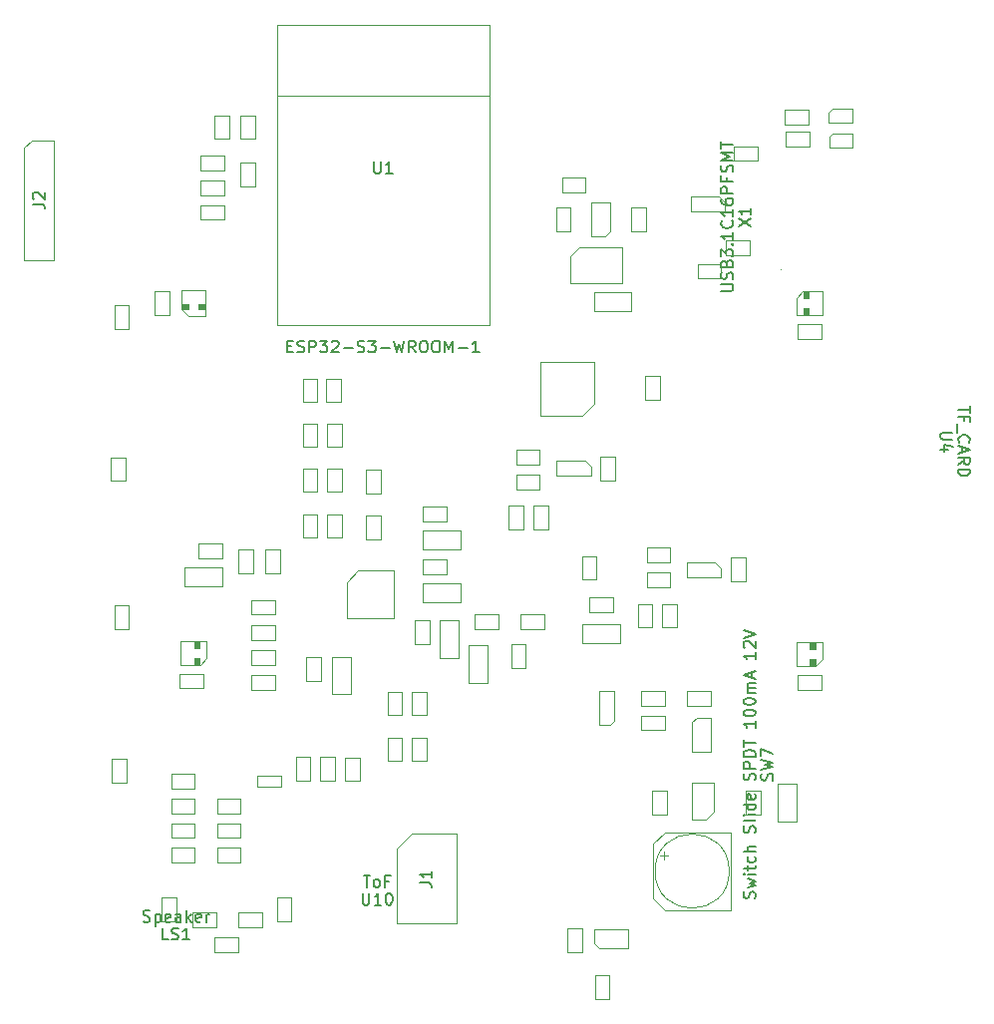
<source format=gbr>
G04 #@! TF.GenerationSoftware,KiCad,Pcbnew,8.0.4*
G04 #@! TF.CreationDate,2025-04-22T14:39:34+02:00*
G04 #@! TF.ProjectId,MarvinProjekt,4d617276-696e-4507-926f-6a656b742e6b,rev?*
G04 #@! TF.SameCoordinates,Original*
G04 #@! TF.FileFunction,AssemblyDrawing,Top*
%FSLAX46Y46*%
G04 Gerber Fmt 4.6, Leading zero omitted, Abs format (unit mm)*
G04 Created by KiCad (PCBNEW 8.0.4) date 2025-04-22 14:39:34*
%MOMM*%
%LPD*%
G01*
G04 APERTURE LIST*
%ADD10C,0.150000*%
%ADD11C,0.100000*%
%ADD12C,0.060000*%
G04 APERTURE END LIST*
D10*
X147304819Y-105761904D02*
X148114342Y-105761904D01*
X148114342Y-105761904D02*
X148209580Y-105714285D01*
X148209580Y-105714285D02*
X148257200Y-105666666D01*
X148257200Y-105666666D02*
X148304819Y-105571428D01*
X148304819Y-105571428D02*
X148304819Y-105380952D01*
X148304819Y-105380952D02*
X148257200Y-105285714D01*
X148257200Y-105285714D02*
X148209580Y-105238095D01*
X148209580Y-105238095D02*
X148114342Y-105190476D01*
X148114342Y-105190476D02*
X147304819Y-105190476D01*
X148257200Y-104761904D02*
X148304819Y-104619047D01*
X148304819Y-104619047D02*
X148304819Y-104380952D01*
X148304819Y-104380952D02*
X148257200Y-104285714D01*
X148257200Y-104285714D02*
X148209580Y-104238095D01*
X148209580Y-104238095D02*
X148114342Y-104190476D01*
X148114342Y-104190476D02*
X148019104Y-104190476D01*
X148019104Y-104190476D02*
X147923866Y-104238095D01*
X147923866Y-104238095D02*
X147876247Y-104285714D01*
X147876247Y-104285714D02*
X147828628Y-104380952D01*
X147828628Y-104380952D02*
X147781009Y-104571428D01*
X147781009Y-104571428D02*
X147733390Y-104666666D01*
X147733390Y-104666666D02*
X147685771Y-104714285D01*
X147685771Y-104714285D02*
X147590533Y-104761904D01*
X147590533Y-104761904D02*
X147495295Y-104761904D01*
X147495295Y-104761904D02*
X147400057Y-104714285D01*
X147400057Y-104714285D02*
X147352438Y-104666666D01*
X147352438Y-104666666D02*
X147304819Y-104571428D01*
X147304819Y-104571428D02*
X147304819Y-104333333D01*
X147304819Y-104333333D02*
X147352438Y-104190476D01*
X147781009Y-103428571D02*
X147828628Y-103285714D01*
X147828628Y-103285714D02*
X147876247Y-103238095D01*
X147876247Y-103238095D02*
X147971485Y-103190476D01*
X147971485Y-103190476D02*
X148114342Y-103190476D01*
X148114342Y-103190476D02*
X148209580Y-103238095D01*
X148209580Y-103238095D02*
X148257200Y-103285714D01*
X148257200Y-103285714D02*
X148304819Y-103380952D01*
X148304819Y-103380952D02*
X148304819Y-103761904D01*
X148304819Y-103761904D02*
X147304819Y-103761904D01*
X147304819Y-103761904D02*
X147304819Y-103428571D01*
X147304819Y-103428571D02*
X147352438Y-103333333D01*
X147352438Y-103333333D02*
X147400057Y-103285714D01*
X147400057Y-103285714D02*
X147495295Y-103238095D01*
X147495295Y-103238095D02*
X147590533Y-103238095D01*
X147590533Y-103238095D02*
X147685771Y-103285714D01*
X147685771Y-103285714D02*
X147733390Y-103333333D01*
X147733390Y-103333333D02*
X147781009Y-103428571D01*
X147781009Y-103428571D02*
X147781009Y-103761904D01*
X147304819Y-102857142D02*
X147304819Y-102238095D01*
X147304819Y-102238095D02*
X147685771Y-102571428D01*
X147685771Y-102571428D02*
X147685771Y-102428571D01*
X147685771Y-102428571D02*
X147733390Y-102333333D01*
X147733390Y-102333333D02*
X147781009Y-102285714D01*
X147781009Y-102285714D02*
X147876247Y-102238095D01*
X147876247Y-102238095D02*
X148114342Y-102238095D01*
X148114342Y-102238095D02*
X148209580Y-102285714D01*
X148209580Y-102285714D02*
X148257200Y-102333333D01*
X148257200Y-102333333D02*
X148304819Y-102428571D01*
X148304819Y-102428571D02*
X148304819Y-102714285D01*
X148304819Y-102714285D02*
X148257200Y-102809523D01*
X148257200Y-102809523D02*
X148209580Y-102857142D01*
X148209580Y-101809523D02*
X148257200Y-101761904D01*
X148257200Y-101761904D02*
X148304819Y-101809523D01*
X148304819Y-101809523D02*
X148257200Y-101857142D01*
X148257200Y-101857142D02*
X148209580Y-101809523D01*
X148209580Y-101809523D02*
X148304819Y-101809523D01*
X148304819Y-100809524D02*
X148304819Y-101380952D01*
X148304819Y-101095238D02*
X147304819Y-101095238D01*
X147304819Y-101095238D02*
X147447676Y-101190476D01*
X147447676Y-101190476D02*
X147542914Y-101285714D01*
X147542914Y-101285714D02*
X147590533Y-101380952D01*
X148209580Y-99809524D02*
X148257200Y-99857143D01*
X148257200Y-99857143D02*
X148304819Y-100000000D01*
X148304819Y-100000000D02*
X148304819Y-100095238D01*
X148304819Y-100095238D02*
X148257200Y-100238095D01*
X148257200Y-100238095D02*
X148161961Y-100333333D01*
X148161961Y-100333333D02*
X148066723Y-100380952D01*
X148066723Y-100380952D02*
X147876247Y-100428571D01*
X147876247Y-100428571D02*
X147733390Y-100428571D01*
X147733390Y-100428571D02*
X147542914Y-100380952D01*
X147542914Y-100380952D02*
X147447676Y-100333333D01*
X147447676Y-100333333D02*
X147352438Y-100238095D01*
X147352438Y-100238095D02*
X147304819Y-100095238D01*
X147304819Y-100095238D02*
X147304819Y-100000000D01*
X147304819Y-100000000D02*
X147352438Y-99857143D01*
X147352438Y-99857143D02*
X147400057Y-99809524D01*
X148304819Y-98857143D02*
X148304819Y-99428571D01*
X148304819Y-99142857D02*
X147304819Y-99142857D01*
X147304819Y-99142857D02*
X147447676Y-99238095D01*
X147447676Y-99238095D02*
X147542914Y-99333333D01*
X147542914Y-99333333D02*
X147590533Y-99428571D01*
X147304819Y-98000000D02*
X147304819Y-98190476D01*
X147304819Y-98190476D02*
X147352438Y-98285714D01*
X147352438Y-98285714D02*
X147400057Y-98333333D01*
X147400057Y-98333333D02*
X147542914Y-98428571D01*
X147542914Y-98428571D02*
X147733390Y-98476190D01*
X147733390Y-98476190D02*
X148114342Y-98476190D01*
X148114342Y-98476190D02*
X148209580Y-98428571D01*
X148209580Y-98428571D02*
X148257200Y-98380952D01*
X148257200Y-98380952D02*
X148304819Y-98285714D01*
X148304819Y-98285714D02*
X148304819Y-98095238D01*
X148304819Y-98095238D02*
X148257200Y-98000000D01*
X148257200Y-98000000D02*
X148209580Y-97952381D01*
X148209580Y-97952381D02*
X148114342Y-97904762D01*
X148114342Y-97904762D02*
X147876247Y-97904762D01*
X147876247Y-97904762D02*
X147781009Y-97952381D01*
X147781009Y-97952381D02*
X147733390Y-98000000D01*
X147733390Y-98000000D02*
X147685771Y-98095238D01*
X147685771Y-98095238D02*
X147685771Y-98285714D01*
X147685771Y-98285714D02*
X147733390Y-98380952D01*
X147733390Y-98380952D02*
X147781009Y-98428571D01*
X147781009Y-98428571D02*
X147876247Y-98476190D01*
X148304819Y-97476190D02*
X147304819Y-97476190D01*
X147304819Y-97476190D02*
X147304819Y-97095238D01*
X147304819Y-97095238D02*
X147352438Y-97000000D01*
X147352438Y-97000000D02*
X147400057Y-96952381D01*
X147400057Y-96952381D02*
X147495295Y-96904762D01*
X147495295Y-96904762D02*
X147638152Y-96904762D01*
X147638152Y-96904762D02*
X147733390Y-96952381D01*
X147733390Y-96952381D02*
X147781009Y-97000000D01*
X147781009Y-97000000D02*
X147828628Y-97095238D01*
X147828628Y-97095238D02*
X147828628Y-97476190D01*
X147781009Y-96142857D02*
X147781009Y-96476190D01*
X148304819Y-96476190D02*
X147304819Y-96476190D01*
X147304819Y-96476190D02*
X147304819Y-96000000D01*
X148257200Y-95666666D02*
X148304819Y-95523809D01*
X148304819Y-95523809D02*
X148304819Y-95285714D01*
X148304819Y-95285714D02*
X148257200Y-95190476D01*
X148257200Y-95190476D02*
X148209580Y-95142857D01*
X148209580Y-95142857D02*
X148114342Y-95095238D01*
X148114342Y-95095238D02*
X148019104Y-95095238D01*
X148019104Y-95095238D02*
X147923866Y-95142857D01*
X147923866Y-95142857D02*
X147876247Y-95190476D01*
X147876247Y-95190476D02*
X147828628Y-95285714D01*
X147828628Y-95285714D02*
X147781009Y-95476190D01*
X147781009Y-95476190D02*
X147733390Y-95571428D01*
X147733390Y-95571428D02*
X147685771Y-95619047D01*
X147685771Y-95619047D02*
X147590533Y-95666666D01*
X147590533Y-95666666D02*
X147495295Y-95666666D01*
X147495295Y-95666666D02*
X147400057Y-95619047D01*
X147400057Y-95619047D02*
X147352438Y-95571428D01*
X147352438Y-95571428D02*
X147304819Y-95476190D01*
X147304819Y-95476190D02*
X147304819Y-95238095D01*
X147304819Y-95238095D02*
X147352438Y-95095238D01*
X148304819Y-94666666D02*
X147304819Y-94666666D01*
X147304819Y-94666666D02*
X148019104Y-94333333D01*
X148019104Y-94333333D02*
X147304819Y-94000000D01*
X147304819Y-94000000D02*
X148304819Y-94000000D01*
X147304819Y-93666666D02*
X147304819Y-93095238D01*
X148304819Y-93380952D02*
X147304819Y-93380952D01*
X148804819Y-100309523D02*
X149804819Y-99642857D01*
X148804819Y-99642857D02*
X149804819Y-100309523D01*
X149804819Y-98738095D02*
X149804819Y-99309523D01*
X149804819Y-99023809D02*
X148804819Y-99023809D01*
X148804819Y-99023809D02*
X148947676Y-99119047D01*
X148947676Y-99119047D02*
X149042914Y-99214285D01*
X149042914Y-99214285D02*
X149090533Y-99309523D01*
X168445180Y-115541190D02*
X168445180Y-116112618D01*
X167445180Y-115826904D02*
X168445180Y-115826904D01*
X167968990Y-116779285D02*
X167968990Y-116445952D01*
X167445180Y-116445952D02*
X168445180Y-116445952D01*
X168445180Y-116445952D02*
X168445180Y-116922142D01*
X167349942Y-117065000D02*
X167349942Y-117826904D01*
X167540419Y-118636428D02*
X167492800Y-118588809D01*
X167492800Y-118588809D02*
X167445180Y-118445952D01*
X167445180Y-118445952D02*
X167445180Y-118350714D01*
X167445180Y-118350714D02*
X167492800Y-118207857D01*
X167492800Y-118207857D02*
X167588038Y-118112619D01*
X167588038Y-118112619D02*
X167683276Y-118065000D01*
X167683276Y-118065000D02*
X167873752Y-118017381D01*
X167873752Y-118017381D02*
X168016609Y-118017381D01*
X168016609Y-118017381D02*
X168207085Y-118065000D01*
X168207085Y-118065000D02*
X168302323Y-118112619D01*
X168302323Y-118112619D02*
X168397561Y-118207857D01*
X168397561Y-118207857D02*
X168445180Y-118350714D01*
X168445180Y-118350714D02*
X168445180Y-118445952D01*
X168445180Y-118445952D02*
X168397561Y-118588809D01*
X168397561Y-118588809D02*
X168349942Y-118636428D01*
X167730895Y-119017381D02*
X167730895Y-119493571D01*
X167445180Y-118922143D02*
X168445180Y-119255476D01*
X168445180Y-119255476D02*
X167445180Y-119588809D01*
X167445180Y-120493571D02*
X167921371Y-120160238D01*
X167445180Y-119922143D02*
X168445180Y-119922143D01*
X168445180Y-119922143D02*
X168445180Y-120303095D01*
X168445180Y-120303095D02*
X168397561Y-120398333D01*
X168397561Y-120398333D02*
X168349942Y-120445952D01*
X168349942Y-120445952D02*
X168254704Y-120493571D01*
X168254704Y-120493571D02*
X168111847Y-120493571D01*
X168111847Y-120493571D02*
X168016609Y-120445952D01*
X168016609Y-120445952D02*
X167968990Y-120398333D01*
X167968990Y-120398333D02*
X167921371Y-120303095D01*
X167921371Y-120303095D02*
X167921371Y-119922143D01*
X167445180Y-120922143D02*
X168445180Y-120922143D01*
X168445180Y-120922143D02*
X168445180Y-121160238D01*
X168445180Y-121160238D02*
X168397561Y-121303095D01*
X168397561Y-121303095D02*
X168302323Y-121398333D01*
X168302323Y-121398333D02*
X168207085Y-121445952D01*
X168207085Y-121445952D02*
X168016609Y-121493571D01*
X168016609Y-121493571D02*
X167873752Y-121493571D01*
X167873752Y-121493571D02*
X167683276Y-121445952D01*
X167683276Y-121445952D02*
X167588038Y-121398333D01*
X167588038Y-121398333D02*
X167492800Y-121303095D01*
X167492800Y-121303095D02*
X167445180Y-121160238D01*
X167445180Y-121160238D02*
X167445180Y-120922143D01*
X166945180Y-117803095D02*
X166135657Y-117803095D01*
X166135657Y-117803095D02*
X166040419Y-117850714D01*
X166040419Y-117850714D02*
X165992800Y-117898333D01*
X165992800Y-117898333D02*
X165945180Y-117993571D01*
X165945180Y-117993571D02*
X165945180Y-118184047D01*
X165945180Y-118184047D02*
X165992800Y-118279285D01*
X165992800Y-118279285D02*
X166040419Y-118326904D01*
X166040419Y-118326904D02*
X166135657Y-118374523D01*
X166135657Y-118374523D02*
X166945180Y-118374523D01*
X166611847Y-119279285D02*
X165945180Y-119279285D01*
X166992800Y-119041190D02*
X166278514Y-118803095D01*
X166278514Y-118803095D02*
X166278514Y-119422142D01*
X88854819Y-98403333D02*
X89569104Y-98403333D01*
X89569104Y-98403333D02*
X89711961Y-98450952D01*
X89711961Y-98450952D02*
X89807200Y-98546190D01*
X89807200Y-98546190D02*
X89854819Y-98689047D01*
X89854819Y-98689047D02*
X89854819Y-98784285D01*
X88950057Y-97974761D02*
X88902438Y-97927142D01*
X88902438Y-97927142D02*
X88854819Y-97831904D01*
X88854819Y-97831904D02*
X88854819Y-97593809D01*
X88854819Y-97593809D02*
X88902438Y-97498571D01*
X88902438Y-97498571D02*
X88950057Y-97450952D01*
X88950057Y-97450952D02*
X89045295Y-97403333D01*
X89045295Y-97403333D02*
X89140533Y-97403333D01*
X89140533Y-97403333D02*
X89283390Y-97450952D01*
X89283390Y-97450952D02*
X89854819Y-98022380D01*
X89854819Y-98022380D02*
X89854819Y-97403333D01*
X98238095Y-159307200D02*
X98380952Y-159354819D01*
X98380952Y-159354819D02*
X98619047Y-159354819D01*
X98619047Y-159354819D02*
X98714285Y-159307200D01*
X98714285Y-159307200D02*
X98761904Y-159259580D01*
X98761904Y-159259580D02*
X98809523Y-159164342D01*
X98809523Y-159164342D02*
X98809523Y-159069104D01*
X98809523Y-159069104D02*
X98761904Y-158973866D01*
X98761904Y-158973866D02*
X98714285Y-158926247D01*
X98714285Y-158926247D02*
X98619047Y-158878628D01*
X98619047Y-158878628D02*
X98428571Y-158831009D01*
X98428571Y-158831009D02*
X98333333Y-158783390D01*
X98333333Y-158783390D02*
X98285714Y-158735771D01*
X98285714Y-158735771D02*
X98238095Y-158640533D01*
X98238095Y-158640533D02*
X98238095Y-158545295D01*
X98238095Y-158545295D02*
X98285714Y-158450057D01*
X98285714Y-158450057D02*
X98333333Y-158402438D01*
X98333333Y-158402438D02*
X98428571Y-158354819D01*
X98428571Y-158354819D02*
X98666666Y-158354819D01*
X98666666Y-158354819D02*
X98809523Y-158402438D01*
X99238095Y-158688152D02*
X99238095Y-159688152D01*
X99238095Y-158735771D02*
X99333333Y-158688152D01*
X99333333Y-158688152D02*
X99523809Y-158688152D01*
X99523809Y-158688152D02*
X99619047Y-158735771D01*
X99619047Y-158735771D02*
X99666666Y-158783390D01*
X99666666Y-158783390D02*
X99714285Y-158878628D01*
X99714285Y-158878628D02*
X99714285Y-159164342D01*
X99714285Y-159164342D02*
X99666666Y-159259580D01*
X99666666Y-159259580D02*
X99619047Y-159307200D01*
X99619047Y-159307200D02*
X99523809Y-159354819D01*
X99523809Y-159354819D02*
X99333333Y-159354819D01*
X99333333Y-159354819D02*
X99238095Y-159307200D01*
X100523809Y-159307200D02*
X100428571Y-159354819D01*
X100428571Y-159354819D02*
X100238095Y-159354819D01*
X100238095Y-159354819D02*
X100142857Y-159307200D01*
X100142857Y-159307200D02*
X100095238Y-159211961D01*
X100095238Y-159211961D02*
X100095238Y-158831009D01*
X100095238Y-158831009D02*
X100142857Y-158735771D01*
X100142857Y-158735771D02*
X100238095Y-158688152D01*
X100238095Y-158688152D02*
X100428571Y-158688152D01*
X100428571Y-158688152D02*
X100523809Y-158735771D01*
X100523809Y-158735771D02*
X100571428Y-158831009D01*
X100571428Y-158831009D02*
X100571428Y-158926247D01*
X100571428Y-158926247D02*
X100095238Y-159021485D01*
X101428571Y-159354819D02*
X101428571Y-158831009D01*
X101428571Y-158831009D02*
X101380952Y-158735771D01*
X101380952Y-158735771D02*
X101285714Y-158688152D01*
X101285714Y-158688152D02*
X101095238Y-158688152D01*
X101095238Y-158688152D02*
X101000000Y-158735771D01*
X101428571Y-159307200D02*
X101333333Y-159354819D01*
X101333333Y-159354819D02*
X101095238Y-159354819D01*
X101095238Y-159354819D02*
X101000000Y-159307200D01*
X101000000Y-159307200D02*
X100952381Y-159211961D01*
X100952381Y-159211961D02*
X100952381Y-159116723D01*
X100952381Y-159116723D02*
X101000000Y-159021485D01*
X101000000Y-159021485D02*
X101095238Y-158973866D01*
X101095238Y-158973866D02*
X101333333Y-158973866D01*
X101333333Y-158973866D02*
X101428571Y-158926247D01*
X101904762Y-159354819D02*
X101904762Y-158354819D01*
X102000000Y-158973866D02*
X102285714Y-159354819D01*
X102285714Y-158688152D02*
X101904762Y-159069104D01*
X103095238Y-159307200D02*
X103000000Y-159354819D01*
X103000000Y-159354819D02*
X102809524Y-159354819D01*
X102809524Y-159354819D02*
X102714286Y-159307200D01*
X102714286Y-159307200D02*
X102666667Y-159211961D01*
X102666667Y-159211961D02*
X102666667Y-158831009D01*
X102666667Y-158831009D02*
X102714286Y-158735771D01*
X102714286Y-158735771D02*
X102809524Y-158688152D01*
X102809524Y-158688152D02*
X103000000Y-158688152D01*
X103000000Y-158688152D02*
X103095238Y-158735771D01*
X103095238Y-158735771D02*
X103142857Y-158831009D01*
X103142857Y-158831009D02*
X103142857Y-158926247D01*
X103142857Y-158926247D02*
X102666667Y-159021485D01*
X103571429Y-159354819D02*
X103571429Y-158688152D01*
X103571429Y-158878628D02*
X103619048Y-158783390D01*
X103619048Y-158783390D02*
X103666667Y-158735771D01*
X103666667Y-158735771D02*
X103761905Y-158688152D01*
X103761905Y-158688152D02*
X103857143Y-158688152D01*
X100357142Y-160854819D02*
X99880952Y-160854819D01*
X99880952Y-160854819D02*
X99880952Y-159854819D01*
X100642857Y-160807200D02*
X100785714Y-160854819D01*
X100785714Y-160854819D02*
X101023809Y-160854819D01*
X101023809Y-160854819D02*
X101119047Y-160807200D01*
X101119047Y-160807200D02*
X101166666Y-160759580D01*
X101166666Y-160759580D02*
X101214285Y-160664342D01*
X101214285Y-160664342D02*
X101214285Y-160569104D01*
X101214285Y-160569104D02*
X101166666Y-160473866D01*
X101166666Y-160473866D02*
X101119047Y-160426247D01*
X101119047Y-160426247D02*
X101023809Y-160378628D01*
X101023809Y-160378628D02*
X100833333Y-160331009D01*
X100833333Y-160331009D02*
X100738095Y-160283390D01*
X100738095Y-160283390D02*
X100690476Y-160235771D01*
X100690476Y-160235771D02*
X100642857Y-160140533D01*
X100642857Y-160140533D02*
X100642857Y-160045295D01*
X100642857Y-160045295D02*
X100690476Y-159950057D01*
X100690476Y-159950057D02*
X100738095Y-159902438D01*
X100738095Y-159902438D02*
X100833333Y-159854819D01*
X100833333Y-159854819D02*
X101071428Y-159854819D01*
X101071428Y-159854819D02*
X101214285Y-159902438D01*
X102166666Y-160854819D02*
X101595238Y-160854819D01*
X101880952Y-160854819D02*
X101880952Y-159854819D01*
X101880952Y-159854819D02*
X101785714Y-159997676D01*
X101785714Y-159997676D02*
X101690476Y-160092914D01*
X101690476Y-160092914D02*
X101595238Y-160140533D01*
X110480953Y-110471009D02*
X110814286Y-110471009D01*
X110957143Y-110994819D02*
X110480953Y-110994819D01*
X110480953Y-110994819D02*
X110480953Y-109994819D01*
X110480953Y-109994819D02*
X110957143Y-109994819D01*
X111338096Y-110947200D02*
X111480953Y-110994819D01*
X111480953Y-110994819D02*
X111719048Y-110994819D01*
X111719048Y-110994819D02*
X111814286Y-110947200D01*
X111814286Y-110947200D02*
X111861905Y-110899580D01*
X111861905Y-110899580D02*
X111909524Y-110804342D01*
X111909524Y-110804342D02*
X111909524Y-110709104D01*
X111909524Y-110709104D02*
X111861905Y-110613866D01*
X111861905Y-110613866D02*
X111814286Y-110566247D01*
X111814286Y-110566247D02*
X111719048Y-110518628D01*
X111719048Y-110518628D02*
X111528572Y-110471009D01*
X111528572Y-110471009D02*
X111433334Y-110423390D01*
X111433334Y-110423390D02*
X111385715Y-110375771D01*
X111385715Y-110375771D02*
X111338096Y-110280533D01*
X111338096Y-110280533D02*
X111338096Y-110185295D01*
X111338096Y-110185295D02*
X111385715Y-110090057D01*
X111385715Y-110090057D02*
X111433334Y-110042438D01*
X111433334Y-110042438D02*
X111528572Y-109994819D01*
X111528572Y-109994819D02*
X111766667Y-109994819D01*
X111766667Y-109994819D02*
X111909524Y-110042438D01*
X112338096Y-110994819D02*
X112338096Y-109994819D01*
X112338096Y-109994819D02*
X112719048Y-109994819D01*
X112719048Y-109994819D02*
X112814286Y-110042438D01*
X112814286Y-110042438D02*
X112861905Y-110090057D01*
X112861905Y-110090057D02*
X112909524Y-110185295D01*
X112909524Y-110185295D02*
X112909524Y-110328152D01*
X112909524Y-110328152D02*
X112861905Y-110423390D01*
X112861905Y-110423390D02*
X112814286Y-110471009D01*
X112814286Y-110471009D02*
X112719048Y-110518628D01*
X112719048Y-110518628D02*
X112338096Y-110518628D01*
X113242858Y-109994819D02*
X113861905Y-109994819D01*
X113861905Y-109994819D02*
X113528572Y-110375771D01*
X113528572Y-110375771D02*
X113671429Y-110375771D01*
X113671429Y-110375771D02*
X113766667Y-110423390D01*
X113766667Y-110423390D02*
X113814286Y-110471009D01*
X113814286Y-110471009D02*
X113861905Y-110566247D01*
X113861905Y-110566247D02*
X113861905Y-110804342D01*
X113861905Y-110804342D02*
X113814286Y-110899580D01*
X113814286Y-110899580D02*
X113766667Y-110947200D01*
X113766667Y-110947200D02*
X113671429Y-110994819D01*
X113671429Y-110994819D02*
X113385715Y-110994819D01*
X113385715Y-110994819D02*
X113290477Y-110947200D01*
X113290477Y-110947200D02*
X113242858Y-110899580D01*
X114242858Y-110090057D02*
X114290477Y-110042438D01*
X114290477Y-110042438D02*
X114385715Y-109994819D01*
X114385715Y-109994819D02*
X114623810Y-109994819D01*
X114623810Y-109994819D02*
X114719048Y-110042438D01*
X114719048Y-110042438D02*
X114766667Y-110090057D01*
X114766667Y-110090057D02*
X114814286Y-110185295D01*
X114814286Y-110185295D02*
X114814286Y-110280533D01*
X114814286Y-110280533D02*
X114766667Y-110423390D01*
X114766667Y-110423390D02*
X114195239Y-110994819D01*
X114195239Y-110994819D02*
X114814286Y-110994819D01*
X115242858Y-110613866D02*
X116004763Y-110613866D01*
X116433334Y-110947200D02*
X116576191Y-110994819D01*
X116576191Y-110994819D02*
X116814286Y-110994819D01*
X116814286Y-110994819D02*
X116909524Y-110947200D01*
X116909524Y-110947200D02*
X116957143Y-110899580D01*
X116957143Y-110899580D02*
X117004762Y-110804342D01*
X117004762Y-110804342D02*
X117004762Y-110709104D01*
X117004762Y-110709104D02*
X116957143Y-110613866D01*
X116957143Y-110613866D02*
X116909524Y-110566247D01*
X116909524Y-110566247D02*
X116814286Y-110518628D01*
X116814286Y-110518628D02*
X116623810Y-110471009D01*
X116623810Y-110471009D02*
X116528572Y-110423390D01*
X116528572Y-110423390D02*
X116480953Y-110375771D01*
X116480953Y-110375771D02*
X116433334Y-110280533D01*
X116433334Y-110280533D02*
X116433334Y-110185295D01*
X116433334Y-110185295D02*
X116480953Y-110090057D01*
X116480953Y-110090057D02*
X116528572Y-110042438D01*
X116528572Y-110042438D02*
X116623810Y-109994819D01*
X116623810Y-109994819D02*
X116861905Y-109994819D01*
X116861905Y-109994819D02*
X117004762Y-110042438D01*
X117338096Y-109994819D02*
X117957143Y-109994819D01*
X117957143Y-109994819D02*
X117623810Y-110375771D01*
X117623810Y-110375771D02*
X117766667Y-110375771D01*
X117766667Y-110375771D02*
X117861905Y-110423390D01*
X117861905Y-110423390D02*
X117909524Y-110471009D01*
X117909524Y-110471009D02*
X117957143Y-110566247D01*
X117957143Y-110566247D02*
X117957143Y-110804342D01*
X117957143Y-110804342D02*
X117909524Y-110899580D01*
X117909524Y-110899580D02*
X117861905Y-110947200D01*
X117861905Y-110947200D02*
X117766667Y-110994819D01*
X117766667Y-110994819D02*
X117480953Y-110994819D01*
X117480953Y-110994819D02*
X117385715Y-110947200D01*
X117385715Y-110947200D02*
X117338096Y-110899580D01*
X118385715Y-110613866D02*
X119147620Y-110613866D01*
X119528572Y-109994819D02*
X119766667Y-110994819D01*
X119766667Y-110994819D02*
X119957143Y-110280533D01*
X119957143Y-110280533D02*
X120147619Y-110994819D01*
X120147619Y-110994819D02*
X120385715Y-109994819D01*
X121338095Y-110994819D02*
X121004762Y-110518628D01*
X120766667Y-110994819D02*
X120766667Y-109994819D01*
X120766667Y-109994819D02*
X121147619Y-109994819D01*
X121147619Y-109994819D02*
X121242857Y-110042438D01*
X121242857Y-110042438D02*
X121290476Y-110090057D01*
X121290476Y-110090057D02*
X121338095Y-110185295D01*
X121338095Y-110185295D02*
X121338095Y-110328152D01*
X121338095Y-110328152D02*
X121290476Y-110423390D01*
X121290476Y-110423390D02*
X121242857Y-110471009D01*
X121242857Y-110471009D02*
X121147619Y-110518628D01*
X121147619Y-110518628D02*
X120766667Y-110518628D01*
X121957143Y-109994819D02*
X122147619Y-109994819D01*
X122147619Y-109994819D02*
X122242857Y-110042438D01*
X122242857Y-110042438D02*
X122338095Y-110137676D01*
X122338095Y-110137676D02*
X122385714Y-110328152D01*
X122385714Y-110328152D02*
X122385714Y-110661485D01*
X122385714Y-110661485D02*
X122338095Y-110851961D01*
X122338095Y-110851961D02*
X122242857Y-110947200D01*
X122242857Y-110947200D02*
X122147619Y-110994819D01*
X122147619Y-110994819D02*
X121957143Y-110994819D01*
X121957143Y-110994819D02*
X121861905Y-110947200D01*
X121861905Y-110947200D02*
X121766667Y-110851961D01*
X121766667Y-110851961D02*
X121719048Y-110661485D01*
X121719048Y-110661485D02*
X121719048Y-110328152D01*
X121719048Y-110328152D02*
X121766667Y-110137676D01*
X121766667Y-110137676D02*
X121861905Y-110042438D01*
X121861905Y-110042438D02*
X121957143Y-109994819D01*
X123004762Y-109994819D02*
X123195238Y-109994819D01*
X123195238Y-109994819D02*
X123290476Y-110042438D01*
X123290476Y-110042438D02*
X123385714Y-110137676D01*
X123385714Y-110137676D02*
X123433333Y-110328152D01*
X123433333Y-110328152D02*
X123433333Y-110661485D01*
X123433333Y-110661485D02*
X123385714Y-110851961D01*
X123385714Y-110851961D02*
X123290476Y-110947200D01*
X123290476Y-110947200D02*
X123195238Y-110994819D01*
X123195238Y-110994819D02*
X123004762Y-110994819D01*
X123004762Y-110994819D02*
X122909524Y-110947200D01*
X122909524Y-110947200D02*
X122814286Y-110851961D01*
X122814286Y-110851961D02*
X122766667Y-110661485D01*
X122766667Y-110661485D02*
X122766667Y-110328152D01*
X122766667Y-110328152D02*
X122814286Y-110137676D01*
X122814286Y-110137676D02*
X122909524Y-110042438D01*
X122909524Y-110042438D02*
X123004762Y-109994819D01*
X123861905Y-110994819D02*
X123861905Y-109994819D01*
X123861905Y-109994819D02*
X124195238Y-110709104D01*
X124195238Y-110709104D02*
X124528571Y-109994819D01*
X124528571Y-109994819D02*
X124528571Y-110994819D01*
X125004762Y-110613866D02*
X125766667Y-110613866D01*
X126766666Y-110994819D02*
X126195238Y-110994819D01*
X126480952Y-110994819D02*
X126480952Y-109994819D01*
X126480952Y-109994819D02*
X126385714Y-110137676D01*
X126385714Y-110137676D02*
X126290476Y-110232914D01*
X126290476Y-110232914D02*
X126195238Y-110280533D01*
X117838095Y-94794819D02*
X117838095Y-95604342D01*
X117838095Y-95604342D02*
X117885714Y-95699580D01*
X117885714Y-95699580D02*
X117933333Y-95747200D01*
X117933333Y-95747200D02*
X118028571Y-95794819D01*
X118028571Y-95794819D02*
X118219047Y-95794819D01*
X118219047Y-95794819D02*
X118314285Y-95747200D01*
X118314285Y-95747200D02*
X118361904Y-95699580D01*
X118361904Y-95699580D02*
X118409523Y-95604342D01*
X118409523Y-95604342D02*
X118409523Y-94794819D01*
X119409523Y-95794819D02*
X118838095Y-95794819D01*
X119123809Y-95794819D02*
X119123809Y-94794819D01*
X119123809Y-94794819D02*
X119028571Y-94937676D01*
X119028571Y-94937676D02*
X118933333Y-95032914D01*
X118933333Y-95032914D02*
X118838095Y-95080533D01*
X116933333Y-155404819D02*
X117504761Y-155404819D01*
X117219047Y-156404819D02*
X117219047Y-155404819D01*
X117980952Y-156404819D02*
X117885714Y-156357200D01*
X117885714Y-156357200D02*
X117838095Y-156309580D01*
X117838095Y-156309580D02*
X117790476Y-156214342D01*
X117790476Y-156214342D02*
X117790476Y-155928628D01*
X117790476Y-155928628D02*
X117838095Y-155833390D01*
X117838095Y-155833390D02*
X117885714Y-155785771D01*
X117885714Y-155785771D02*
X117980952Y-155738152D01*
X117980952Y-155738152D02*
X118123809Y-155738152D01*
X118123809Y-155738152D02*
X118219047Y-155785771D01*
X118219047Y-155785771D02*
X118266666Y-155833390D01*
X118266666Y-155833390D02*
X118314285Y-155928628D01*
X118314285Y-155928628D02*
X118314285Y-156214342D01*
X118314285Y-156214342D02*
X118266666Y-156309580D01*
X118266666Y-156309580D02*
X118219047Y-156357200D01*
X118219047Y-156357200D02*
X118123809Y-156404819D01*
X118123809Y-156404819D02*
X117980952Y-156404819D01*
X119076190Y-155881009D02*
X118742857Y-155881009D01*
X118742857Y-156404819D02*
X118742857Y-155404819D01*
X118742857Y-155404819D02*
X119219047Y-155404819D01*
X116861905Y-156904819D02*
X116861905Y-157714342D01*
X116861905Y-157714342D02*
X116909524Y-157809580D01*
X116909524Y-157809580D02*
X116957143Y-157857200D01*
X116957143Y-157857200D02*
X117052381Y-157904819D01*
X117052381Y-157904819D02*
X117242857Y-157904819D01*
X117242857Y-157904819D02*
X117338095Y-157857200D01*
X117338095Y-157857200D02*
X117385714Y-157809580D01*
X117385714Y-157809580D02*
X117433333Y-157714342D01*
X117433333Y-157714342D02*
X117433333Y-156904819D01*
X118433333Y-157904819D02*
X117861905Y-157904819D01*
X118147619Y-157904819D02*
X118147619Y-156904819D01*
X118147619Y-156904819D02*
X118052381Y-157047676D01*
X118052381Y-157047676D02*
X117957143Y-157142914D01*
X117957143Y-157142914D02*
X117861905Y-157190533D01*
X119052381Y-156904819D02*
X119147619Y-156904819D01*
X119147619Y-156904819D02*
X119242857Y-156952438D01*
X119242857Y-156952438D02*
X119290476Y-157000057D01*
X119290476Y-157000057D02*
X119338095Y-157095295D01*
X119338095Y-157095295D02*
X119385714Y-157285771D01*
X119385714Y-157285771D02*
X119385714Y-157523866D01*
X119385714Y-157523866D02*
X119338095Y-157714342D01*
X119338095Y-157714342D02*
X119290476Y-157809580D01*
X119290476Y-157809580D02*
X119242857Y-157857200D01*
X119242857Y-157857200D02*
X119147619Y-157904819D01*
X119147619Y-157904819D02*
X119052381Y-157904819D01*
X119052381Y-157904819D02*
X118957143Y-157857200D01*
X118957143Y-157857200D02*
X118909524Y-157809580D01*
X118909524Y-157809580D02*
X118861905Y-157714342D01*
X118861905Y-157714342D02*
X118814286Y-157523866D01*
X118814286Y-157523866D02*
X118814286Y-157285771D01*
X118814286Y-157285771D02*
X118861905Y-157095295D01*
X118861905Y-157095295D02*
X118909524Y-157000057D01*
X118909524Y-157000057D02*
X118957143Y-156952438D01*
X118957143Y-156952438D02*
X119052381Y-156904819D01*
X121724819Y-156033333D02*
X122439104Y-156033333D01*
X122439104Y-156033333D02*
X122581961Y-156080952D01*
X122581961Y-156080952D02*
X122677200Y-156176190D01*
X122677200Y-156176190D02*
X122724819Y-156319047D01*
X122724819Y-156319047D02*
X122724819Y-156414285D01*
X122724819Y-155033333D02*
X122724819Y-155604761D01*
X122724819Y-155319047D02*
X121724819Y-155319047D01*
X121724819Y-155319047D02*
X121867676Y-155414285D01*
X121867676Y-155414285D02*
X121962914Y-155509523D01*
X121962914Y-155509523D02*
X122010533Y-155604761D01*
X150157200Y-157357143D02*
X150204819Y-157214286D01*
X150204819Y-157214286D02*
X150204819Y-156976191D01*
X150204819Y-156976191D02*
X150157200Y-156880953D01*
X150157200Y-156880953D02*
X150109580Y-156833334D01*
X150109580Y-156833334D02*
X150014342Y-156785715D01*
X150014342Y-156785715D02*
X149919104Y-156785715D01*
X149919104Y-156785715D02*
X149823866Y-156833334D01*
X149823866Y-156833334D02*
X149776247Y-156880953D01*
X149776247Y-156880953D02*
X149728628Y-156976191D01*
X149728628Y-156976191D02*
X149681009Y-157166667D01*
X149681009Y-157166667D02*
X149633390Y-157261905D01*
X149633390Y-157261905D02*
X149585771Y-157309524D01*
X149585771Y-157309524D02*
X149490533Y-157357143D01*
X149490533Y-157357143D02*
X149395295Y-157357143D01*
X149395295Y-157357143D02*
X149300057Y-157309524D01*
X149300057Y-157309524D02*
X149252438Y-157261905D01*
X149252438Y-157261905D02*
X149204819Y-157166667D01*
X149204819Y-157166667D02*
X149204819Y-156928572D01*
X149204819Y-156928572D02*
X149252438Y-156785715D01*
X149538152Y-156452381D02*
X150204819Y-156261905D01*
X150204819Y-156261905D02*
X149728628Y-156071429D01*
X149728628Y-156071429D02*
X150204819Y-155880953D01*
X150204819Y-155880953D02*
X149538152Y-155690477D01*
X150204819Y-155309524D02*
X149538152Y-155309524D01*
X149204819Y-155309524D02*
X149252438Y-155357143D01*
X149252438Y-155357143D02*
X149300057Y-155309524D01*
X149300057Y-155309524D02*
X149252438Y-155261905D01*
X149252438Y-155261905D02*
X149204819Y-155309524D01*
X149204819Y-155309524D02*
X149300057Y-155309524D01*
X149538152Y-154976191D02*
X149538152Y-154595239D01*
X149204819Y-154833334D02*
X150061961Y-154833334D01*
X150061961Y-154833334D02*
X150157200Y-154785715D01*
X150157200Y-154785715D02*
X150204819Y-154690477D01*
X150204819Y-154690477D02*
X150204819Y-154595239D01*
X150157200Y-153833334D02*
X150204819Y-153928572D01*
X150204819Y-153928572D02*
X150204819Y-154119048D01*
X150204819Y-154119048D02*
X150157200Y-154214286D01*
X150157200Y-154214286D02*
X150109580Y-154261905D01*
X150109580Y-154261905D02*
X150014342Y-154309524D01*
X150014342Y-154309524D02*
X149728628Y-154309524D01*
X149728628Y-154309524D02*
X149633390Y-154261905D01*
X149633390Y-154261905D02*
X149585771Y-154214286D01*
X149585771Y-154214286D02*
X149538152Y-154119048D01*
X149538152Y-154119048D02*
X149538152Y-153928572D01*
X149538152Y-153928572D02*
X149585771Y-153833334D01*
X150204819Y-153404762D02*
X149204819Y-153404762D01*
X150204819Y-152976191D02*
X149681009Y-152976191D01*
X149681009Y-152976191D02*
X149585771Y-153023810D01*
X149585771Y-153023810D02*
X149538152Y-153119048D01*
X149538152Y-153119048D02*
X149538152Y-153261905D01*
X149538152Y-153261905D02*
X149585771Y-153357143D01*
X149585771Y-153357143D02*
X149633390Y-153404762D01*
X150157200Y-151785714D02*
X150204819Y-151642857D01*
X150204819Y-151642857D02*
X150204819Y-151404762D01*
X150204819Y-151404762D02*
X150157200Y-151309524D01*
X150157200Y-151309524D02*
X150109580Y-151261905D01*
X150109580Y-151261905D02*
X150014342Y-151214286D01*
X150014342Y-151214286D02*
X149919104Y-151214286D01*
X149919104Y-151214286D02*
X149823866Y-151261905D01*
X149823866Y-151261905D02*
X149776247Y-151309524D01*
X149776247Y-151309524D02*
X149728628Y-151404762D01*
X149728628Y-151404762D02*
X149681009Y-151595238D01*
X149681009Y-151595238D02*
X149633390Y-151690476D01*
X149633390Y-151690476D02*
X149585771Y-151738095D01*
X149585771Y-151738095D02*
X149490533Y-151785714D01*
X149490533Y-151785714D02*
X149395295Y-151785714D01*
X149395295Y-151785714D02*
X149300057Y-151738095D01*
X149300057Y-151738095D02*
X149252438Y-151690476D01*
X149252438Y-151690476D02*
X149204819Y-151595238D01*
X149204819Y-151595238D02*
X149204819Y-151357143D01*
X149204819Y-151357143D02*
X149252438Y-151214286D01*
X150204819Y-150642857D02*
X150157200Y-150738095D01*
X150157200Y-150738095D02*
X150061961Y-150785714D01*
X150061961Y-150785714D02*
X149204819Y-150785714D01*
X150204819Y-150261904D02*
X149538152Y-150261904D01*
X149204819Y-150261904D02*
X149252438Y-150309523D01*
X149252438Y-150309523D02*
X149300057Y-150261904D01*
X149300057Y-150261904D02*
X149252438Y-150214285D01*
X149252438Y-150214285D02*
X149204819Y-150261904D01*
X149204819Y-150261904D02*
X149300057Y-150261904D01*
X150204819Y-149357143D02*
X149204819Y-149357143D01*
X150157200Y-149357143D02*
X150204819Y-149452381D01*
X150204819Y-149452381D02*
X150204819Y-149642857D01*
X150204819Y-149642857D02*
X150157200Y-149738095D01*
X150157200Y-149738095D02*
X150109580Y-149785714D01*
X150109580Y-149785714D02*
X150014342Y-149833333D01*
X150014342Y-149833333D02*
X149728628Y-149833333D01*
X149728628Y-149833333D02*
X149633390Y-149785714D01*
X149633390Y-149785714D02*
X149585771Y-149738095D01*
X149585771Y-149738095D02*
X149538152Y-149642857D01*
X149538152Y-149642857D02*
X149538152Y-149452381D01*
X149538152Y-149452381D02*
X149585771Y-149357143D01*
X150157200Y-148500000D02*
X150204819Y-148595238D01*
X150204819Y-148595238D02*
X150204819Y-148785714D01*
X150204819Y-148785714D02*
X150157200Y-148880952D01*
X150157200Y-148880952D02*
X150061961Y-148928571D01*
X150061961Y-148928571D02*
X149681009Y-148928571D01*
X149681009Y-148928571D02*
X149585771Y-148880952D01*
X149585771Y-148880952D02*
X149538152Y-148785714D01*
X149538152Y-148785714D02*
X149538152Y-148595238D01*
X149538152Y-148595238D02*
X149585771Y-148500000D01*
X149585771Y-148500000D02*
X149681009Y-148452381D01*
X149681009Y-148452381D02*
X149776247Y-148452381D01*
X149776247Y-148452381D02*
X149871485Y-148928571D01*
X150157200Y-147309523D02*
X150204819Y-147166666D01*
X150204819Y-147166666D02*
X150204819Y-146928571D01*
X150204819Y-146928571D02*
X150157200Y-146833333D01*
X150157200Y-146833333D02*
X150109580Y-146785714D01*
X150109580Y-146785714D02*
X150014342Y-146738095D01*
X150014342Y-146738095D02*
X149919104Y-146738095D01*
X149919104Y-146738095D02*
X149823866Y-146785714D01*
X149823866Y-146785714D02*
X149776247Y-146833333D01*
X149776247Y-146833333D02*
X149728628Y-146928571D01*
X149728628Y-146928571D02*
X149681009Y-147119047D01*
X149681009Y-147119047D02*
X149633390Y-147214285D01*
X149633390Y-147214285D02*
X149585771Y-147261904D01*
X149585771Y-147261904D02*
X149490533Y-147309523D01*
X149490533Y-147309523D02*
X149395295Y-147309523D01*
X149395295Y-147309523D02*
X149300057Y-147261904D01*
X149300057Y-147261904D02*
X149252438Y-147214285D01*
X149252438Y-147214285D02*
X149204819Y-147119047D01*
X149204819Y-147119047D02*
X149204819Y-146880952D01*
X149204819Y-146880952D02*
X149252438Y-146738095D01*
X150204819Y-146309523D02*
X149204819Y-146309523D01*
X149204819Y-146309523D02*
X149204819Y-145928571D01*
X149204819Y-145928571D02*
X149252438Y-145833333D01*
X149252438Y-145833333D02*
X149300057Y-145785714D01*
X149300057Y-145785714D02*
X149395295Y-145738095D01*
X149395295Y-145738095D02*
X149538152Y-145738095D01*
X149538152Y-145738095D02*
X149633390Y-145785714D01*
X149633390Y-145785714D02*
X149681009Y-145833333D01*
X149681009Y-145833333D02*
X149728628Y-145928571D01*
X149728628Y-145928571D02*
X149728628Y-146309523D01*
X150204819Y-145309523D02*
X149204819Y-145309523D01*
X149204819Y-145309523D02*
X149204819Y-145071428D01*
X149204819Y-145071428D02*
X149252438Y-144928571D01*
X149252438Y-144928571D02*
X149347676Y-144833333D01*
X149347676Y-144833333D02*
X149442914Y-144785714D01*
X149442914Y-144785714D02*
X149633390Y-144738095D01*
X149633390Y-144738095D02*
X149776247Y-144738095D01*
X149776247Y-144738095D02*
X149966723Y-144785714D01*
X149966723Y-144785714D02*
X150061961Y-144833333D01*
X150061961Y-144833333D02*
X150157200Y-144928571D01*
X150157200Y-144928571D02*
X150204819Y-145071428D01*
X150204819Y-145071428D02*
X150204819Y-145309523D01*
X149204819Y-144452380D02*
X149204819Y-143880952D01*
X150204819Y-144166666D02*
X149204819Y-144166666D01*
X150204819Y-142261904D02*
X150204819Y-142833332D01*
X150204819Y-142547618D02*
X149204819Y-142547618D01*
X149204819Y-142547618D02*
X149347676Y-142642856D01*
X149347676Y-142642856D02*
X149442914Y-142738094D01*
X149442914Y-142738094D02*
X149490533Y-142833332D01*
X149204819Y-141642856D02*
X149204819Y-141547618D01*
X149204819Y-141547618D02*
X149252438Y-141452380D01*
X149252438Y-141452380D02*
X149300057Y-141404761D01*
X149300057Y-141404761D02*
X149395295Y-141357142D01*
X149395295Y-141357142D02*
X149585771Y-141309523D01*
X149585771Y-141309523D02*
X149823866Y-141309523D01*
X149823866Y-141309523D02*
X150014342Y-141357142D01*
X150014342Y-141357142D02*
X150109580Y-141404761D01*
X150109580Y-141404761D02*
X150157200Y-141452380D01*
X150157200Y-141452380D02*
X150204819Y-141547618D01*
X150204819Y-141547618D02*
X150204819Y-141642856D01*
X150204819Y-141642856D02*
X150157200Y-141738094D01*
X150157200Y-141738094D02*
X150109580Y-141785713D01*
X150109580Y-141785713D02*
X150014342Y-141833332D01*
X150014342Y-141833332D02*
X149823866Y-141880951D01*
X149823866Y-141880951D02*
X149585771Y-141880951D01*
X149585771Y-141880951D02*
X149395295Y-141833332D01*
X149395295Y-141833332D02*
X149300057Y-141785713D01*
X149300057Y-141785713D02*
X149252438Y-141738094D01*
X149252438Y-141738094D02*
X149204819Y-141642856D01*
X149204819Y-140690475D02*
X149204819Y-140595237D01*
X149204819Y-140595237D02*
X149252438Y-140499999D01*
X149252438Y-140499999D02*
X149300057Y-140452380D01*
X149300057Y-140452380D02*
X149395295Y-140404761D01*
X149395295Y-140404761D02*
X149585771Y-140357142D01*
X149585771Y-140357142D02*
X149823866Y-140357142D01*
X149823866Y-140357142D02*
X150014342Y-140404761D01*
X150014342Y-140404761D02*
X150109580Y-140452380D01*
X150109580Y-140452380D02*
X150157200Y-140499999D01*
X150157200Y-140499999D02*
X150204819Y-140595237D01*
X150204819Y-140595237D02*
X150204819Y-140690475D01*
X150204819Y-140690475D02*
X150157200Y-140785713D01*
X150157200Y-140785713D02*
X150109580Y-140833332D01*
X150109580Y-140833332D02*
X150014342Y-140880951D01*
X150014342Y-140880951D02*
X149823866Y-140928570D01*
X149823866Y-140928570D02*
X149585771Y-140928570D01*
X149585771Y-140928570D02*
X149395295Y-140880951D01*
X149395295Y-140880951D02*
X149300057Y-140833332D01*
X149300057Y-140833332D02*
X149252438Y-140785713D01*
X149252438Y-140785713D02*
X149204819Y-140690475D01*
X150204819Y-139928570D02*
X149538152Y-139928570D01*
X149633390Y-139928570D02*
X149585771Y-139880951D01*
X149585771Y-139880951D02*
X149538152Y-139785713D01*
X149538152Y-139785713D02*
X149538152Y-139642856D01*
X149538152Y-139642856D02*
X149585771Y-139547618D01*
X149585771Y-139547618D02*
X149681009Y-139499999D01*
X149681009Y-139499999D02*
X150204819Y-139499999D01*
X149681009Y-139499999D02*
X149585771Y-139452380D01*
X149585771Y-139452380D02*
X149538152Y-139357142D01*
X149538152Y-139357142D02*
X149538152Y-139214285D01*
X149538152Y-139214285D02*
X149585771Y-139119046D01*
X149585771Y-139119046D02*
X149681009Y-139071427D01*
X149681009Y-139071427D02*
X150204819Y-139071427D01*
X149919104Y-138642856D02*
X149919104Y-138166666D01*
X150204819Y-138738094D02*
X149204819Y-138404761D01*
X149204819Y-138404761D02*
X150204819Y-138071428D01*
X150204819Y-136452380D02*
X150204819Y-137023808D01*
X150204819Y-136738094D02*
X149204819Y-136738094D01*
X149204819Y-136738094D02*
X149347676Y-136833332D01*
X149347676Y-136833332D02*
X149442914Y-136928570D01*
X149442914Y-136928570D02*
X149490533Y-137023808D01*
X149300057Y-136071427D02*
X149252438Y-136023808D01*
X149252438Y-136023808D02*
X149204819Y-135928570D01*
X149204819Y-135928570D02*
X149204819Y-135690475D01*
X149204819Y-135690475D02*
X149252438Y-135595237D01*
X149252438Y-135595237D02*
X149300057Y-135547618D01*
X149300057Y-135547618D02*
X149395295Y-135499999D01*
X149395295Y-135499999D02*
X149490533Y-135499999D01*
X149490533Y-135499999D02*
X149633390Y-135547618D01*
X149633390Y-135547618D02*
X150204819Y-136119046D01*
X150204819Y-136119046D02*
X150204819Y-135499999D01*
X149204819Y-135214284D02*
X150204819Y-134880951D01*
X150204819Y-134880951D02*
X149204819Y-134547618D01*
X151657200Y-147333332D02*
X151704819Y-147190475D01*
X151704819Y-147190475D02*
X151704819Y-146952380D01*
X151704819Y-146952380D02*
X151657200Y-146857142D01*
X151657200Y-146857142D02*
X151609580Y-146809523D01*
X151609580Y-146809523D02*
X151514342Y-146761904D01*
X151514342Y-146761904D02*
X151419104Y-146761904D01*
X151419104Y-146761904D02*
X151323866Y-146809523D01*
X151323866Y-146809523D02*
X151276247Y-146857142D01*
X151276247Y-146857142D02*
X151228628Y-146952380D01*
X151228628Y-146952380D02*
X151181009Y-147142856D01*
X151181009Y-147142856D02*
X151133390Y-147238094D01*
X151133390Y-147238094D02*
X151085771Y-147285713D01*
X151085771Y-147285713D02*
X150990533Y-147333332D01*
X150990533Y-147333332D02*
X150895295Y-147333332D01*
X150895295Y-147333332D02*
X150800057Y-147285713D01*
X150800057Y-147285713D02*
X150752438Y-147238094D01*
X150752438Y-147238094D02*
X150704819Y-147142856D01*
X150704819Y-147142856D02*
X150704819Y-146904761D01*
X150704819Y-146904761D02*
X150752438Y-146761904D01*
X150704819Y-146428570D02*
X151704819Y-146190475D01*
X151704819Y-146190475D02*
X150990533Y-145999999D01*
X150990533Y-145999999D02*
X151704819Y-145809523D01*
X151704819Y-145809523D02*
X150704819Y-145571428D01*
X150704819Y-145285713D02*
X150704819Y-144619047D01*
X150704819Y-144619047D02*
X151704819Y-145047618D01*
D11*
G04 #@! TO.C,C15*
X114300000Y-136837500D02*
X115900000Y-136837500D01*
X114300000Y-140037500D02*
X114300000Y-136837500D01*
X115900000Y-136837500D02*
X115900000Y-140037500D01*
X115900000Y-140037500D02*
X114300000Y-140037500D01*
G04 #@! TO.C,C9*
X123400000Y-133737500D02*
X125000000Y-133737500D01*
X123400000Y-136937500D02*
X123400000Y-133737500D01*
X125000000Y-133737500D02*
X125000000Y-136937500D01*
X125000000Y-136937500D02*
X123400000Y-136937500D01*
G04 #@! TO.C,R24*
X104500000Y-150975000D02*
X106500000Y-150975000D01*
X104500000Y-152225000D02*
X104500000Y-150975000D01*
X106500000Y-150975000D02*
X106500000Y-152225000D01*
X106500000Y-152225000D02*
X104500000Y-152225000D01*
G04 #@! TO.C,R41*
X152737500Y-90375000D02*
X154737500Y-90375000D01*
X152737500Y-91625000D02*
X152737500Y-90375000D01*
X154737500Y-90375000D02*
X154737500Y-91625000D01*
X154737500Y-91625000D02*
X152737500Y-91625000D01*
G04 #@! TO.C,R46*
X95575000Y-145500000D02*
X96825000Y-145500000D01*
X95575000Y-147500000D02*
X95575000Y-145500000D01*
X96825000Y-145500000D02*
X96825000Y-147500000D01*
X96825000Y-147500000D02*
X95575000Y-147500000D01*
G04 #@! TO.C,R16*
X111775000Y-113200000D02*
X113025000Y-113200000D01*
X111775000Y-115200000D02*
X111775000Y-113200000D01*
X113025000Y-113200000D02*
X113025000Y-115200000D01*
X113025000Y-115200000D02*
X111775000Y-115200000D01*
G04 #@! TO.C,R7*
X130300000Y-133212500D02*
X132300000Y-133212500D01*
X130300000Y-134462500D02*
X130300000Y-133212500D01*
X132300000Y-133212500D02*
X132300000Y-134462500D01*
X132300000Y-134462500D02*
X130300000Y-134462500D01*
G04 #@! TO.C,R21*
X134275000Y-159900000D02*
X135525000Y-159900000D01*
X134275000Y-161900000D02*
X134275000Y-159900000D01*
X135525000Y-159900000D02*
X135525000Y-161900000D01*
X135525000Y-161900000D02*
X134275000Y-161900000D01*
G04 #@! TO.C,C40*
X137075000Y-119837500D02*
X138325000Y-119837500D01*
X137075000Y-121837500D02*
X137075000Y-119837500D01*
X138325000Y-119837500D02*
X138325000Y-121837500D01*
X138325000Y-121837500D02*
X137075000Y-121837500D01*
G04 #@! TO.C,R29*
X131375000Y-124000000D02*
X132625000Y-124000000D01*
X131375000Y-126000000D02*
X131375000Y-124000000D01*
X132625000Y-124000000D02*
X132625000Y-126000000D01*
X132625000Y-126000000D02*
X131375000Y-126000000D01*
G04 #@! TO.C,C14*
X122000000Y-130600000D02*
X125200000Y-130600000D01*
X122000000Y-132200000D02*
X122000000Y-130600000D01*
X125200000Y-130600000D02*
X125200000Y-132200000D01*
X125200000Y-132200000D02*
X122000000Y-132200000D01*
G04 #@! TO.C,U6*
X134500000Y-102850000D02*
X135250000Y-102100000D01*
X134500000Y-105100000D02*
X134500000Y-102850000D01*
X135250000Y-102100000D02*
X138900000Y-102100000D01*
X138900000Y-102100000D02*
X138900000Y-105100000D01*
X138900000Y-105100000D02*
X134500000Y-105100000D01*
G04 #@! TO.C,U12*
X153700000Y-137600000D02*
X153700000Y-135600000D01*
X153700000Y-137600000D02*
X155350000Y-137600000D01*
X155350000Y-137600000D02*
X155900000Y-137050000D01*
X155900000Y-135600000D02*
X153700000Y-135600000D01*
X155900000Y-137050000D02*
X155900000Y-135600000D01*
X155300000Y-136200000D02*
X154850000Y-136200000D01*
X154850000Y-135600000D01*
X155300000Y-135600000D01*
X155300000Y-136200000D01*
G36*
X155300000Y-136200000D02*
G01*
X154850000Y-136200000D01*
X154850000Y-135600000D01*
X155300000Y-135600000D01*
X155300000Y-136200000D01*
G37*
X155300000Y-137600000D02*
X154850000Y-137600000D01*
X154850000Y-137050000D01*
X155300000Y-137050000D01*
X155300000Y-137600000D01*
G36*
X155300000Y-137600000D02*
G01*
X154850000Y-137600000D01*
X154850000Y-137050000D01*
X155300000Y-137050000D01*
X155300000Y-137600000D01*
G37*
G04 #@! TO.C,R20*
X118975000Y-143700000D02*
X120225000Y-143700000D01*
X118975000Y-145700000D02*
X118975000Y-143700000D01*
X120225000Y-143700000D02*
X120225000Y-145700000D01*
X120225000Y-145700000D02*
X118975000Y-145700000D01*
G04 #@! TO.C,R17*
X117175000Y-120937500D02*
X118425000Y-120937500D01*
X117175000Y-122937500D02*
X117175000Y-120937500D01*
X118425000Y-120937500D02*
X118425000Y-122937500D01*
X118425000Y-122937500D02*
X117175000Y-122937500D01*
G04 #@! TO.C,R39*
X129900000Y-121375000D02*
X131900000Y-121375000D01*
X129900000Y-122625000D02*
X129900000Y-121375000D01*
X131900000Y-121375000D02*
X131900000Y-122625000D01*
X131900000Y-122625000D02*
X129900000Y-122625000D01*
G04 #@! TO.C,D2*
X144400000Y-128787500D02*
X146800000Y-128787500D01*
X144400000Y-130087500D02*
X144400000Y-128787500D01*
X146800000Y-128787500D02*
X147300000Y-129287500D01*
X147300000Y-129287500D02*
X147300000Y-130087500D01*
X147300000Y-130087500D02*
X144400000Y-130087500D01*
G04 #@! TO.C,U2*
X115500000Y-130537500D02*
X116500000Y-129537500D01*
X115500000Y-133537500D02*
X115500000Y-130537500D01*
X116500000Y-129537500D02*
X119500000Y-129537500D01*
X119500000Y-129537500D02*
X119500000Y-133537500D01*
X119500000Y-133537500D02*
X115500000Y-133537500D01*
D12*
G04 #@! TO.C,X1*
X152460000Y-103990000D02*
G75*
G02*
X152400000Y-103990000I-30000J0D01*
G01*
X152400000Y-103990000D02*
G75*
G02*
X152460000Y-103990000I30000J0D01*
G01*
D11*
G04 #@! TO.C,R18*
X117175000Y-124837500D02*
X118425000Y-124837500D01*
X117175000Y-126837500D02*
X117175000Y-124837500D01*
X118425000Y-124837500D02*
X118425000Y-126837500D01*
X118425000Y-126837500D02*
X117175000Y-126837500D01*
G04 #@! TO.C,R3*
X103100000Y-94275000D02*
X105100000Y-94275000D01*
X103100000Y-95525000D02*
X103100000Y-94275000D01*
X105100000Y-94275000D02*
X105100000Y-95525000D01*
X105100000Y-95525000D02*
X103100000Y-95525000D01*
G04 #@! TO.C,R42*
X140875000Y-113000000D02*
X142125000Y-113000000D01*
X140875000Y-115000000D02*
X140875000Y-113000000D01*
X142125000Y-113000000D02*
X142125000Y-115000000D01*
X142125000Y-115000000D02*
X140875000Y-115000000D01*
G04 #@! TO.C,C13*
X121962500Y-126100000D02*
X125162500Y-126100000D01*
X121962500Y-127700000D02*
X121962500Y-126100000D01*
X125162500Y-126100000D02*
X125162500Y-127700000D01*
X125162500Y-127700000D02*
X121962500Y-127700000D01*
G04 #@! TO.C,R38*
X152800000Y-92275000D02*
X154800000Y-92275000D01*
X152800000Y-93525000D02*
X152800000Y-92275000D01*
X154800000Y-92275000D02*
X154800000Y-93525000D01*
X154800000Y-93525000D02*
X152800000Y-93525000D01*
G04 #@! TO.C,C42*
X101300000Y-138275000D02*
X103300000Y-138275000D01*
X101300000Y-139525000D02*
X101300000Y-138275000D01*
X103300000Y-138275000D02*
X103300000Y-139525000D01*
X103300000Y-139525000D02*
X101300000Y-139525000D01*
G04 #@! TO.C,R25*
X99775000Y-157300000D02*
X101025000Y-157300000D01*
X99775000Y-159300000D02*
X99775000Y-157300000D01*
X101025000Y-157300000D02*
X101025000Y-159300000D01*
X101025000Y-159300000D02*
X99775000Y-159300000D01*
G04 #@! TO.C,R12*
X107400000Y-132012500D02*
X109400000Y-132012500D01*
X107400000Y-133262500D02*
X107400000Y-132012500D01*
X109400000Y-132012500D02*
X109400000Y-133262500D01*
X109400000Y-133262500D02*
X107400000Y-133262500D01*
G04 #@! TO.C,D5*
X156437500Y-90600000D02*
X156437500Y-91500000D01*
X156437500Y-91500000D02*
X158437500Y-91500000D01*
X156737500Y-90300000D02*
X156437500Y-90600000D01*
X158437500Y-90300000D02*
X156737500Y-90300000D01*
X158437500Y-91500000D02*
X158437500Y-90300000D01*
G04 #@! TO.C,C21*
X152150000Y-147600000D02*
X153750000Y-147600000D01*
X152150000Y-150800000D02*
X152150000Y-147600000D01*
X153750000Y-147600000D02*
X153750000Y-150800000D01*
X153750000Y-150800000D02*
X152150000Y-150800000D01*
G04 #@! TO.C,C34*
X135500000Y-134100000D02*
X138700000Y-134100000D01*
X135500000Y-135700000D02*
X135500000Y-134100000D01*
X138700000Y-134100000D02*
X138700000Y-135700000D01*
X138700000Y-135700000D02*
X135500000Y-135700000D01*
G04 #@! TO.C,R35*
X139675000Y-98700000D02*
X140925000Y-98700000D01*
X139675000Y-100700000D02*
X139675000Y-98700000D01*
X140925000Y-98700000D02*
X140925000Y-100700000D01*
X140925000Y-100700000D02*
X139675000Y-100700000D01*
G04 #@! TO.C,R2*
X145300000Y-103475000D02*
X147300000Y-103475000D01*
X145300000Y-104725000D02*
X145300000Y-103475000D01*
X147300000Y-103475000D02*
X147300000Y-104725000D01*
X147300000Y-104725000D02*
X145300000Y-104725000D01*
G04 #@! TO.C,R1*
X148400000Y-93475000D02*
X150400000Y-93475000D01*
X148400000Y-94725000D02*
X148400000Y-93475000D01*
X150400000Y-93475000D02*
X150400000Y-94725000D01*
X150400000Y-94725000D02*
X148400000Y-94725000D01*
G04 #@! TO.C,R51*
X113775000Y-113200000D02*
X115025000Y-113200000D01*
X113775000Y-115200000D02*
X113775000Y-113200000D01*
X115025000Y-113200000D02*
X115025000Y-115200000D01*
X115025000Y-115200000D02*
X113775000Y-115200000D01*
G04 #@! TO.C,C37*
X149425000Y-148200000D02*
X150675000Y-148200000D01*
X149425000Y-150200000D02*
X149425000Y-148200000D01*
X150675000Y-148200000D02*
X150675000Y-150200000D01*
X150675000Y-150200000D02*
X149425000Y-150200000D01*
G04 #@! TO.C,R10*
X111775000Y-117037500D02*
X113025000Y-117037500D01*
X111775000Y-119037500D02*
X111775000Y-117037500D01*
X113025000Y-117037500D02*
X113025000Y-119037500D01*
X113025000Y-119037500D02*
X111775000Y-119037500D01*
G04 #@! TO.C,R31*
X140225000Y-132337500D02*
X141475000Y-132337500D01*
X140225000Y-134337500D02*
X140225000Y-132337500D01*
X141475000Y-132337500D02*
X141475000Y-134337500D01*
X141475000Y-134337500D02*
X140225000Y-134337500D01*
G04 #@! TO.C,C23*
X115375000Y-145400000D02*
X116625000Y-145400000D01*
X115375000Y-147400000D02*
X115375000Y-145400000D01*
X116625000Y-145400000D02*
X116625000Y-147400000D01*
X116625000Y-147400000D02*
X115375000Y-147400000D01*
G04 #@! TO.C,C19*
X121075000Y-139800000D02*
X122325000Y-139800000D01*
X121075000Y-141800000D02*
X121075000Y-139800000D01*
X122325000Y-139800000D02*
X122325000Y-141800000D01*
X122325000Y-141800000D02*
X121075000Y-141800000D01*
G04 #@! TO.C,J2*
X88130000Y-93625000D02*
X88765000Y-92990000D01*
X88130000Y-103150000D02*
X88130000Y-93625000D01*
X88765000Y-92990000D02*
X90670000Y-92990000D01*
X90670000Y-92990000D02*
X90670000Y-103150000D01*
X90670000Y-103150000D02*
X88130000Y-103150000D01*
G04 #@! TO.C,R5*
X102937500Y-127212500D02*
X104937500Y-127212500D01*
X102937500Y-128462500D02*
X102937500Y-127212500D01*
X104937500Y-127212500D02*
X104937500Y-128462500D01*
X104937500Y-128462500D02*
X102937500Y-128462500D01*
G04 #@! TO.C,R30*
X135475000Y-128300000D02*
X136725000Y-128300000D01*
X135475000Y-130300000D02*
X135475000Y-128300000D01*
X136725000Y-128300000D02*
X136725000Y-130300000D01*
X136725000Y-130300000D02*
X135475000Y-130300000D01*
G04 #@! TO.C,C31*
X106300000Y-158575000D02*
X108300000Y-158575000D01*
X106300000Y-159825000D02*
X106300000Y-158575000D01*
X108300000Y-158575000D02*
X108300000Y-159825000D01*
X108300000Y-159825000D02*
X106300000Y-159825000D01*
G04 #@! TO.C,C17*
X122000000Y-128575000D02*
X124000000Y-128575000D01*
X122000000Y-129825000D02*
X122000000Y-128575000D01*
X124000000Y-128575000D02*
X124000000Y-129825000D01*
X124000000Y-129825000D02*
X122000000Y-129825000D01*
G04 #@! TO.C,C7*
X121275000Y-133737500D02*
X122525000Y-133737500D01*
X121275000Y-135737500D02*
X121275000Y-133737500D01*
X122525000Y-133737500D02*
X122525000Y-135737500D01*
X122525000Y-135737500D02*
X121275000Y-135737500D01*
G04 #@! TO.C,C24*
X113275000Y-145362500D02*
X114525000Y-145362500D01*
X113275000Y-147362500D02*
X113275000Y-145362500D01*
X114525000Y-145362500D02*
X114525000Y-147362500D01*
X114525000Y-147362500D02*
X113275000Y-147362500D01*
G04 #@! TO.C,C36*
X136500000Y-105900000D02*
X139700000Y-105900000D01*
X136500000Y-107500000D02*
X136500000Y-105900000D01*
X139700000Y-105900000D02*
X139700000Y-107500000D01*
X139700000Y-107500000D02*
X136500000Y-107500000D01*
G04 #@! TO.C,R48*
X140537500Y-141825000D02*
X142537500Y-141825000D01*
X140537500Y-143075000D02*
X140537500Y-141825000D01*
X142537500Y-141825000D02*
X142537500Y-143075000D01*
X142537500Y-143075000D02*
X140537500Y-143075000D01*
G04 #@! TO.C,R33*
X103100000Y-98475000D02*
X105100000Y-98475000D01*
X103100000Y-99725000D02*
X103100000Y-98475000D01*
X105100000Y-98475000D02*
X105100000Y-99725000D01*
X105100000Y-99725000D02*
X103100000Y-99725000D01*
G04 #@! TO.C,R8*
X111775000Y-120837500D02*
X113025000Y-120837500D01*
X111775000Y-122837500D02*
X111775000Y-120837500D01*
X113025000Y-120837500D02*
X113025000Y-122837500D01*
X113025000Y-122837500D02*
X111775000Y-122837500D01*
G04 #@! TO.C,R11*
X113875000Y-117037500D02*
X115125000Y-117037500D01*
X113875000Y-119037500D02*
X113875000Y-117037500D01*
X115125000Y-117037500D02*
X115125000Y-119037500D01*
X115125000Y-119037500D02*
X113875000Y-119037500D01*
G04 #@! TO.C,U1*
X109600000Y-83190000D02*
X127600000Y-83190000D01*
X109600000Y-89190000D02*
X127600000Y-89190000D01*
X109600000Y-108690000D02*
X109600000Y-83190000D01*
X109600000Y-108690000D02*
X127600000Y-108690000D01*
X127600000Y-108690000D02*
X127600000Y-83190000D01*
G04 #@! TO.C,C2*
X104275000Y-90862500D02*
X105525000Y-90862500D01*
X104275000Y-92862500D02*
X104275000Y-90862500D01*
X105525000Y-90862500D02*
X105525000Y-92862500D01*
X105525000Y-92862500D02*
X104275000Y-92862500D01*
G04 #@! TO.C,C35*
X133275000Y-98700000D02*
X134525000Y-98700000D01*
X133275000Y-100700000D02*
X133275000Y-98700000D01*
X134525000Y-98700000D02*
X134525000Y-100700000D01*
X134525000Y-100700000D02*
X133275000Y-100700000D01*
G04 #@! TO.C,R15*
X107400000Y-136275000D02*
X109400000Y-136275000D01*
X107400000Y-137525000D02*
X107400000Y-136275000D01*
X109400000Y-136275000D02*
X109400000Y-137525000D01*
X109400000Y-137525000D02*
X107400000Y-137525000D01*
G04 #@! TO.C,C6*
X101737500Y-129237500D02*
X104937500Y-129237500D01*
X101737500Y-130837500D02*
X101737500Y-129237500D01*
X104937500Y-129237500D02*
X104937500Y-130837500D01*
X104937500Y-130837500D02*
X101737500Y-130837500D01*
G04 #@! TO.C,C29*
X100600000Y-150975000D02*
X102600000Y-150975000D01*
X100600000Y-152225000D02*
X100600000Y-150975000D01*
X102600000Y-150975000D02*
X102600000Y-152225000D01*
X102600000Y-152225000D02*
X100600000Y-152225000D01*
G04 #@! TO.C,U13*
X153700000Y-106350000D02*
X153700000Y-107800000D01*
X153700000Y-107800000D02*
X155900000Y-107800000D01*
X154250000Y-105800000D02*
X153700000Y-106350000D01*
X155900000Y-105800000D02*
X154250000Y-105800000D01*
X155900000Y-105800000D02*
X155900000Y-107800000D01*
X154300000Y-105800000D02*
X154750000Y-105800000D01*
X154750000Y-106350000D01*
X154300000Y-106350000D01*
X154300000Y-105800000D01*
G36*
X154300000Y-105800000D02*
G01*
X154750000Y-105800000D01*
X154750000Y-106350000D01*
X154300000Y-106350000D01*
X154300000Y-105800000D01*
G37*
X154300000Y-107200000D02*
X154750000Y-107200000D01*
X154750000Y-107800000D01*
X154300000Y-107800000D01*
X154300000Y-107200000D01*
G36*
X154300000Y-107200000D02*
G01*
X154750000Y-107200000D01*
X154750000Y-107800000D01*
X154300000Y-107800000D01*
X154300000Y-107200000D01*
G37*
G04 #@! TO.C,C4*
X106475000Y-94900000D02*
X107725000Y-94900000D01*
X106475000Y-96900000D02*
X106475000Y-94900000D01*
X107725000Y-94900000D02*
X107725000Y-96900000D01*
X107725000Y-96900000D02*
X106475000Y-96900000D01*
G04 #@! TO.C,D1*
X144750000Y-97750000D02*
X147150000Y-97750000D01*
X144750000Y-99050000D02*
X144750000Y-97750000D01*
X147150000Y-97750000D02*
X147650000Y-98250000D01*
X147650000Y-98250000D02*
X147650000Y-99050000D01*
X147650000Y-99050000D02*
X144750000Y-99050000D01*
G04 #@! TO.C,R4*
X108612500Y-127737500D02*
X109862500Y-127737500D01*
X108612500Y-129737500D02*
X108612500Y-127737500D01*
X109862500Y-127737500D02*
X109862500Y-129737500D01*
X109862500Y-129737500D02*
X108612500Y-129737500D01*
G04 #@! TO.C,U11*
X101400000Y-137500000D02*
X101400000Y-135500000D01*
X101400000Y-137500000D02*
X103050000Y-137500000D01*
X103050000Y-137500000D02*
X103600000Y-136950000D01*
X103600000Y-135500000D02*
X101400000Y-135500000D01*
X103600000Y-136950000D02*
X103600000Y-135500000D01*
X103000000Y-136100000D02*
X102550000Y-136100000D01*
X102550000Y-135500000D01*
X103000000Y-135500000D01*
X103000000Y-136100000D01*
G36*
X103000000Y-136100000D02*
G01*
X102550000Y-136100000D01*
X102550000Y-135500000D01*
X103000000Y-135500000D01*
X103000000Y-136100000D01*
G37*
X103000000Y-137500000D02*
X102550000Y-137500000D01*
X102550000Y-136950000D01*
X103000000Y-136950000D01*
X103000000Y-137500000D01*
G36*
X103000000Y-137500000D02*
G01*
X102550000Y-137500000D01*
X102550000Y-136950000D01*
X103000000Y-136950000D01*
X103000000Y-137500000D01*
G37*
G04 #@! TO.C,Q2*
X144837500Y-142400000D02*
X145237500Y-142000000D01*
X144837500Y-144900000D02*
X144837500Y-142400000D01*
X145237500Y-142000000D02*
X146437500Y-142000000D01*
X146437500Y-142000000D02*
X146437500Y-144900000D01*
X146437500Y-144900000D02*
X144837500Y-144900000D01*
G04 #@! TO.C,D3*
X133350000Y-120187500D02*
X135750000Y-120187500D01*
X133350000Y-121487500D02*
X133350000Y-120187500D01*
X135750000Y-120187500D02*
X136250000Y-120687500D01*
X136250000Y-120687500D02*
X136250000Y-121487500D01*
X136250000Y-121487500D02*
X133350000Y-121487500D01*
G04 #@! TO.C,C32*
X104300000Y-160675000D02*
X106300000Y-160675000D01*
X104300000Y-161925000D02*
X104300000Y-160675000D01*
X106300000Y-160675000D02*
X106300000Y-161925000D01*
X106300000Y-161925000D02*
X104300000Y-161925000D01*
G04 #@! TO.C,R9*
X113875000Y-120837500D02*
X115125000Y-120837500D01*
X113875000Y-122837500D02*
X113875000Y-120837500D01*
X115125000Y-120837500D02*
X115125000Y-122837500D01*
X115125000Y-122837500D02*
X113875000Y-122837500D01*
G04 #@! TO.C,U7*
X131925000Y-111815000D02*
X136495000Y-111815000D01*
X131925000Y-116385000D02*
X131925000Y-111815000D01*
X135495000Y-116385000D02*
X131925000Y-116385000D01*
X136495000Y-111815000D02*
X136495000Y-115385000D01*
X136495000Y-115385000D02*
X135495000Y-116385000D01*
G04 #@! TO.C,U5*
X136300000Y-98250000D02*
X137900000Y-98250000D01*
X136300000Y-101150000D02*
X136300000Y-98250000D01*
X137500000Y-101150000D02*
X136300000Y-101150000D01*
X137900000Y-98250000D02*
X137900000Y-100750000D01*
X137900000Y-100750000D02*
X137500000Y-101150000D01*
G04 #@! TO.C,C28*
X100600000Y-153075000D02*
X102600000Y-153075000D01*
X100600000Y-154325000D02*
X100600000Y-153075000D01*
X102600000Y-153075000D02*
X102600000Y-154325000D01*
X102600000Y-154325000D02*
X100600000Y-154325000D01*
G04 #@! TO.C,C41*
X99175000Y-105800000D02*
X100425000Y-105800000D01*
X99175000Y-107800000D02*
X99175000Y-105800000D01*
X100425000Y-105800000D02*
X100425000Y-107800000D01*
X100425000Y-107800000D02*
X99175000Y-107800000D01*
G04 #@! TO.C,R32*
X142325000Y-132337500D02*
X143575000Y-132337500D01*
X142325000Y-134337500D02*
X142325000Y-132337500D01*
X143575000Y-132337500D02*
X143575000Y-134337500D01*
X143575000Y-134337500D02*
X142325000Y-134337500D01*
G04 #@! TO.C,R19*
X121075000Y-143700000D02*
X122325000Y-143700000D01*
X121075000Y-145700000D02*
X121075000Y-143700000D01*
X122325000Y-143700000D02*
X122325000Y-145700000D01*
X122325000Y-145700000D02*
X121075000Y-145700000D01*
G04 #@! TO.C,Q1*
X136550000Y-160000000D02*
X139450000Y-160000000D01*
X136550000Y-161200000D02*
X136550000Y-160000000D01*
X136950000Y-161600000D02*
X136550000Y-161200000D01*
X139450000Y-160000000D02*
X139450000Y-161600000D01*
X139450000Y-161600000D02*
X136950000Y-161600000D01*
G04 #@! TO.C,C43*
X153800000Y-138375000D02*
X155800000Y-138375000D01*
X153800000Y-139625000D02*
X153800000Y-138375000D01*
X155800000Y-138375000D02*
X155800000Y-139625000D01*
X155800000Y-139625000D02*
X153800000Y-139625000D01*
G04 #@! TO.C,U8*
X144850000Y-147550000D02*
X146650000Y-147550000D01*
X144850000Y-150650000D02*
X144850000Y-147550000D01*
X144850000Y-150650000D02*
X146000000Y-150650000D01*
X146650000Y-150000000D02*
X146000000Y-150650000D01*
X146650000Y-150000000D02*
X146650000Y-147550000D01*
G04 #@! TO.C,R43*
X95475000Y-119900000D02*
X96725000Y-119900000D01*
X95475000Y-121900000D02*
X95475000Y-119900000D01*
X96725000Y-119900000D02*
X96725000Y-121900000D01*
X96725000Y-121900000D02*
X95475000Y-121900000D01*
G04 #@! TO.C,C26*
X100600000Y-148875000D02*
X102600000Y-148875000D01*
X100600000Y-150125000D02*
X100600000Y-148875000D01*
X102600000Y-148875000D02*
X102600000Y-150125000D01*
X102600000Y-150125000D02*
X100600000Y-150125000D01*
G04 #@! TO.C,R44*
X95775000Y-132500000D02*
X97025000Y-132500000D01*
X95775000Y-134500000D02*
X95775000Y-132500000D01*
X97025000Y-132500000D02*
X97025000Y-134500000D01*
X97025000Y-134500000D02*
X95775000Y-134500000D01*
G04 #@! TO.C,R26*
X109575000Y-157300000D02*
X110825000Y-157300000D01*
X109575000Y-159300000D02*
X109575000Y-157300000D01*
X110825000Y-157300000D02*
X110825000Y-159300000D01*
X110825000Y-159300000D02*
X109575000Y-159300000D01*
G04 #@! TO.C,C44*
X153800000Y-108575000D02*
X155800000Y-108575000D01*
X153800000Y-109825000D02*
X153800000Y-108575000D01*
X155800000Y-108575000D02*
X155800000Y-109825000D01*
X155800000Y-109825000D02*
X153800000Y-109825000D01*
G04 #@! TO.C,J1*
X119730000Y-153160000D02*
X121000000Y-151890000D01*
X119730000Y-159510000D02*
X119730000Y-153160000D01*
X121000000Y-151890000D02*
X124810000Y-151890000D01*
X124810000Y-151890000D02*
X124810000Y-159510000D01*
X124810000Y-159510000D02*
X119730000Y-159510000D01*
G04 #@! TO.C,C25*
X111175000Y-145362500D02*
X112425000Y-145362500D01*
X111175000Y-147362500D02*
X111175000Y-145362500D01*
X112425000Y-145362500D02*
X112425000Y-147362500D01*
X112425000Y-147362500D02*
X111175000Y-147362500D01*
G04 #@! TO.C,C12*
X111775000Y-124737500D02*
X113025000Y-124737500D01*
X111775000Y-126737500D02*
X111775000Y-124737500D01*
X113025000Y-124737500D02*
X113025000Y-126737500D01*
X113025000Y-126737500D02*
X111775000Y-126737500D01*
G04 #@! TO.C,R27*
X103100000Y-96375000D02*
X105100000Y-96375000D01*
X103100000Y-97625000D02*
X103100000Y-96375000D01*
X105100000Y-96375000D02*
X105100000Y-97625000D01*
X105100000Y-97625000D02*
X103100000Y-97625000D01*
G04 #@! TO.C,R13*
X107400000Y-134162500D02*
X109400000Y-134162500D01*
X107400000Y-135412500D02*
X107400000Y-134162500D01*
X109400000Y-134162500D02*
X109400000Y-135412500D01*
X109400000Y-135412500D02*
X107400000Y-135412500D01*
G04 #@! TO.C,R50*
X140537500Y-139725000D02*
X142537500Y-139725000D01*
X140537500Y-140975000D02*
X140537500Y-139725000D01*
X142537500Y-139725000D02*
X142537500Y-140975000D01*
X142537500Y-140975000D02*
X140537500Y-140975000D01*
G04 #@! TO.C,R45*
X95775000Y-107000000D02*
X97025000Y-107000000D01*
X95775000Y-109000000D02*
X95775000Y-107000000D01*
X97025000Y-107000000D02*
X97025000Y-109000000D01*
X97025000Y-109000000D02*
X95775000Y-109000000D01*
G04 #@! TO.C,R34*
X133800000Y-96175000D02*
X135800000Y-96175000D01*
X133800000Y-97425000D02*
X133800000Y-96175000D01*
X135800000Y-96175000D02*
X135800000Y-97425000D01*
X135800000Y-97425000D02*
X133800000Y-97425000D01*
G04 #@! TO.C,R6*
X126400000Y-133212500D02*
X128400000Y-133212500D01*
X126400000Y-134462500D02*
X126400000Y-133212500D01*
X128400000Y-133212500D02*
X128400000Y-134462500D01*
X128400000Y-134462500D02*
X126400000Y-134462500D01*
G04 #@! TO.C,C20*
X118975000Y-139800000D02*
X120225000Y-139800000D01*
X118975000Y-141800000D02*
X118975000Y-139800000D01*
X120225000Y-139800000D02*
X120225000Y-141800000D01*
X120225000Y-141800000D02*
X118975000Y-141800000D01*
G04 #@! TO.C,R49*
X144437500Y-139725000D02*
X146437500Y-139725000D01*
X144437500Y-140975000D02*
X144437500Y-139725000D01*
X146437500Y-139725000D02*
X146437500Y-140975000D01*
X146437500Y-140975000D02*
X144437500Y-140975000D01*
G04 #@! TO.C,C11*
X113875000Y-124737500D02*
X115125000Y-124737500D01*
X113875000Y-126737500D02*
X113875000Y-124737500D01*
X115125000Y-124737500D02*
X115125000Y-126737500D01*
X115125000Y-126737500D02*
X113875000Y-126737500D01*
G04 #@! TO.C,C5*
X106312500Y-127737500D02*
X107562500Y-127737500D01*
X106312500Y-129737500D02*
X106312500Y-127737500D01*
X107562500Y-127737500D02*
X107562500Y-129737500D01*
X107562500Y-129737500D02*
X106312500Y-129737500D01*
G04 #@! TO.C,R14*
X107400000Y-138375000D02*
X109400000Y-138375000D01*
X107400000Y-139625000D02*
X107400000Y-138375000D01*
X109400000Y-138375000D02*
X109400000Y-139625000D01*
X109400000Y-139625000D02*
X107400000Y-139625000D01*
G04 #@! TO.C,R47*
X136575000Y-163900000D02*
X137825000Y-163900000D01*
X136575000Y-165900000D02*
X136575000Y-163900000D01*
X137825000Y-163900000D02*
X137825000Y-165900000D01*
X137825000Y-165900000D02*
X136575000Y-165900000D01*
G04 #@! TO.C,C16*
X122000000Y-124075000D02*
X124000000Y-124075000D01*
X122000000Y-125325000D02*
X122000000Y-124075000D01*
X124000000Y-124075000D02*
X124000000Y-125325000D01*
X124000000Y-125325000D02*
X122000000Y-125325000D01*
G04 #@! TO.C,FB1*
X107937500Y-146950000D02*
X109937500Y-146950000D01*
X107937500Y-147850000D02*
X107937500Y-146950000D01*
X109937500Y-146950000D02*
X109937500Y-147850000D01*
X109937500Y-147850000D02*
X107937500Y-147850000D01*
G04 #@! TO.C,R40*
X129900000Y-119275000D02*
X131900000Y-119275000D01*
X129900000Y-120525000D02*
X129900000Y-119275000D01*
X131900000Y-119275000D02*
X131900000Y-120525000D01*
X131900000Y-120525000D02*
X129900000Y-120525000D01*
G04 #@! TO.C,C1*
X147700000Y-101475000D02*
X149700000Y-101475000D01*
X147700000Y-102725000D02*
X147700000Y-101475000D01*
X149700000Y-101475000D02*
X149700000Y-102725000D01*
X149700000Y-102725000D02*
X147700000Y-102725000D01*
G04 #@! TO.C,C39*
X141550000Y-152737500D02*
X141550000Y-157337500D01*
X141550000Y-152737500D02*
X142550000Y-151737500D01*
X141550000Y-157337500D02*
X142550000Y-158337500D01*
X142145162Y-153707500D02*
X142775162Y-153707500D01*
X142460162Y-153392500D02*
X142460162Y-154022500D01*
X142550000Y-151737500D02*
X148150000Y-151737500D01*
X142550000Y-158337500D02*
X148150000Y-158337500D01*
X148150000Y-151737500D02*
X148150000Y-158337500D01*
X148000000Y-155037500D02*
G75*
G02*
X141700000Y-155037500I-3150000J0D01*
G01*
X141700000Y-155037500D02*
G75*
G02*
X148000000Y-155037500I3150000J0D01*
G01*
G04 #@! TO.C,R37*
X141000000Y-127575000D02*
X143000000Y-127575000D01*
X141000000Y-128825000D02*
X141000000Y-127575000D01*
X143000000Y-127575000D02*
X143000000Y-128825000D01*
X143000000Y-128825000D02*
X141000000Y-128825000D01*
G04 #@! TO.C,C3*
X106475000Y-90862500D02*
X107725000Y-90862500D01*
X106475000Y-92862500D02*
X106475000Y-90862500D01*
X107725000Y-90862500D02*
X107725000Y-92862500D01*
X107725000Y-92862500D02*
X106475000Y-92862500D01*
G04 #@! TO.C,C10*
X125900000Y-135837500D02*
X127500000Y-135837500D01*
X125900000Y-139037500D02*
X125900000Y-135837500D01*
X127500000Y-135837500D02*
X127500000Y-139037500D01*
X127500000Y-139037500D02*
X125900000Y-139037500D01*
G04 #@! TO.C,R36*
X141000000Y-129675000D02*
X143000000Y-129675000D01*
X141000000Y-130925000D02*
X141000000Y-129675000D01*
X143000000Y-129675000D02*
X143000000Y-130925000D01*
X143000000Y-130925000D02*
X141000000Y-130925000D01*
G04 #@! TO.C,C8*
X129475000Y-135800000D02*
X130725000Y-135800000D01*
X129475000Y-137800000D02*
X129475000Y-135800000D01*
X130725000Y-135800000D02*
X130725000Y-137800000D01*
X130725000Y-137800000D02*
X129475000Y-137800000D01*
G04 #@! TO.C,C22*
X148125000Y-128437500D02*
X149375000Y-128437500D01*
X148125000Y-130437500D02*
X148125000Y-128437500D01*
X149375000Y-128437500D02*
X149375000Y-130437500D01*
X149375000Y-130437500D02*
X148125000Y-130437500D01*
G04 #@! TO.C,R28*
X129275000Y-124000000D02*
X130525000Y-124000000D01*
X129275000Y-126000000D02*
X129275000Y-124000000D01*
X130525000Y-124000000D02*
X130525000Y-126000000D01*
X130525000Y-126000000D02*
X129275000Y-126000000D01*
G04 #@! TO.C,Q3*
X136925000Y-139700000D02*
X138225000Y-139700000D01*
X136925000Y-142600000D02*
X136925000Y-139700000D01*
X137900000Y-142600000D02*
X136925000Y-142600000D01*
X138225000Y-139700000D02*
X138225000Y-142275000D01*
X138225000Y-142275000D02*
X137900000Y-142600000D01*
G04 #@! TO.C,C30*
X102400000Y-158575000D02*
X104400000Y-158575000D01*
X102400000Y-159825000D02*
X102400000Y-158575000D01*
X104400000Y-158575000D02*
X104400000Y-159825000D01*
X104400000Y-159825000D02*
X102400000Y-159825000D01*
G04 #@! TO.C,U9*
X101500000Y-105700000D02*
X101500000Y-107350000D01*
X101500000Y-105700000D02*
X103500000Y-105700000D01*
X101500000Y-107350000D02*
X102050000Y-107900000D01*
X102050000Y-107900000D02*
X103500000Y-107900000D01*
X103500000Y-107900000D02*
X103500000Y-105700000D01*
X101500000Y-107300000D02*
X102050000Y-107300000D01*
X102050000Y-106850000D01*
X101500000Y-106850000D01*
X101500000Y-107300000D01*
G36*
X101500000Y-107300000D02*
G01*
X102050000Y-107300000D01*
X102050000Y-106850000D01*
X101500000Y-106850000D01*
X101500000Y-107300000D01*
G37*
X102900000Y-107300000D02*
X103500000Y-107300000D01*
X103500000Y-106850000D01*
X102900000Y-106850000D01*
X102900000Y-107300000D01*
G36*
X102900000Y-107300000D02*
G01*
X103500000Y-107300000D01*
X103500000Y-106850000D01*
X102900000Y-106850000D01*
X102900000Y-107300000D01*
G37*
G04 #@! TO.C,R23*
X104500000Y-153075000D02*
X106500000Y-153075000D01*
X104500000Y-154325000D02*
X104500000Y-153075000D01*
X106500000Y-153075000D02*
X106500000Y-154325000D01*
X106500000Y-154325000D02*
X104500000Y-154325000D01*
G04 #@! TO.C,R22*
X104500000Y-148875000D02*
X106500000Y-148875000D01*
X104500000Y-150125000D02*
X104500000Y-148875000D01*
X106500000Y-148875000D02*
X106500000Y-150125000D01*
X106500000Y-150125000D02*
X104500000Y-150125000D01*
G04 #@! TO.C,C18*
X112075000Y-136875000D02*
X113325000Y-136875000D01*
X112075000Y-138875000D02*
X112075000Y-136875000D01*
X113325000Y-136875000D02*
X113325000Y-138875000D01*
X113325000Y-138875000D02*
X112075000Y-138875000D01*
G04 #@! TO.C,C33*
X136100000Y-131775000D02*
X138100000Y-131775000D01*
X136100000Y-133025000D02*
X136100000Y-131775000D01*
X138100000Y-131775000D02*
X138100000Y-133025000D01*
X138100000Y-133025000D02*
X136100000Y-133025000D01*
G04 #@! TO.C,C27*
X100600000Y-146775000D02*
X102600000Y-146775000D01*
X100600000Y-148025000D02*
X100600000Y-146775000D01*
X102600000Y-146775000D02*
X102600000Y-148025000D01*
X102600000Y-148025000D02*
X100600000Y-148025000D01*
G04 #@! TO.C,C38*
X141425000Y-148200000D02*
X142675000Y-148200000D01*
X141425000Y-150200000D02*
X141425000Y-148200000D01*
X142675000Y-148200000D02*
X142675000Y-150200000D01*
X142675000Y-150200000D02*
X141425000Y-150200000D01*
G04 #@! TO.C,D4*
X156500000Y-92700000D02*
X156500000Y-93600000D01*
X156500000Y-93600000D02*
X158500000Y-93600000D01*
X156800000Y-92400000D02*
X156500000Y-92700000D01*
X158500000Y-92400000D02*
X156800000Y-92400000D01*
X158500000Y-93600000D02*
X158500000Y-92400000D01*
G04 #@! TD*
M02*

</source>
